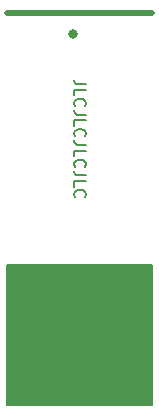
<source format=gbr>
%TF.GenerationSoftware,KiCad,Pcbnew,(6.0.11)*%
%TF.CreationDate,2024-01-12T21:04:37+00:00*%
%TF.ProjectId,EcoIDSwitch,45636f49-4453-4776-9974-63682e6b6963,rev?*%
%TF.SameCoordinates,Original*%
%TF.FileFunction,Legend,Top*%
%TF.FilePolarity,Positive*%
%FSLAX46Y46*%
G04 Gerber Fmt 4.6, Leading zero omitted, Abs format (unit mm)*
G04 Created by KiCad (PCBNEW (6.0.11)) date 2024-01-12 21:04:37*
%MOMM*%
%LPD*%
G01*
G04 APERTURE LIST*
%ADD10C,0.500000*%
%ADD11C,0.150000*%
%ADD12C,0.200000*%
%ADD13C,0.401321*%
G04 APERTURE END LIST*
D10*
X155600000Y-68400000D02*
X167900000Y-68400000D01*
D11*
X155590000Y-89750000D02*
X167910000Y-89750000D01*
X167910000Y-89750000D02*
X167910000Y-101610000D01*
X167910000Y-101610000D02*
X155590000Y-101610000D01*
X155590000Y-101610000D02*
X155590000Y-89750000D01*
G36*
X155590000Y-89750000D02*
G01*
X167910000Y-89750000D01*
X167910000Y-101610000D01*
X155590000Y-101610000D01*
X155590000Y-89750000D01*
G37*
D12*
X162297619Y-74430952D02*
X161583333Y-74430952D01*
X161440476Y-74383333D01*
X161345238Y-74288095D01*
X161297619Y-74145238D01*
X161297619Y-74050000D01*
X161297619Y-75383333D02*
X161297619Y-74907142D01*
X162297619Y-74907142D01*
X161392857Y-76288095D02*
X161345238Y-76240476D01*
X161297619Y-76097619D01*
X161297619Y-76002380D01*
X161345238Y-75859523D01*
X161440476Y-75764285D01*
X161535714Y-75716666D01*
X161726190Y-75669047D01*
X161869047Y-75669047D01*
X162059523Y-75716666D01*
X162154761Y-75764285D01*
X162250000Y-75859523D01*
X162297619Y-76002380D01*
X162297619Y-76097619D01*
X162250000Y-76240476D01*
X162202380Y-76288095D01*
X162297619Y-77002380D02*
X161583333Y-77002380D01*
X161440476Y-76954761D01*
X161345238Y-76859523D01*
X161297619Y-76716666D01*
X161297619Y-76621428D01*
X161297619Y-77954761D02*
X161297619Y-77478571D01*
X162297619Y-77478571D01*
X161392857Y-78859523D02*
X161345238Y-78811904D01*
X161297619Y-78669047D01*
X161297619Y-78573809D01*
X161345238Y-78430952D01*
X161440476Y-78335714D01*
X161535714Y-78288095D01*
X161726190Y-78240476D01*
X161869047Y-78240476D01*
X162059523Y-78288095D01*
X162154761Y-78335714D01*
X162250000Y-78430952D01*
X162297619Y-78573809D01*
X162297619Y-78669047D01*
X162250000Y-78811904D01*
X162202380Y-78859523D01*
X162297619Y-79573809D02*
X161583333Y-79573809D01*
X161440476Y-79526190D01*
X161345238Y-79430952D01*
X161297619Y-79288095D01*
X161297619Y-79192857D01*
X161297619Y-80526190D02*
X161297619Y-80050000D01*
X162297619Y-80050000D01*
X161392857Y-81430952D02*
X161345238Y-81383333D01*
X161297619Y-81240476D01*
X161297619Y-81145238D01*
X161345238Y-81002380D01*
X161440476Y-80907142D01*
X161535714Y-80859523D01*
X161726190Y-80811904D01*
X161869047Y-80811904D01*
X162059523Y-80859523D01*
X162154761Y-80907142D01*
X162250000Y-81002380D01*
X162297619Y-81145238D01*
X162297619Y-81240476D01*
X162250000Y-81383333D01*
X162202380Y-81430952D01*
X162297619Y-82145238D02*
X161583333Y-82145238D01*
X161440476Y-82097619D01*
X161345238Y-82002380D01*
X161297619Y-81859523D01*
X161297619Y-81764285D01*
X161297619Y-83097619D02*
X161297619Y-82621428D01*
X162297619Y-82621428D01*
X161392857Y-84002380D02*
X161345238Y-83954761D01*
X161297619Y-83811904D01*
X161297619Y-83716666D01*
X161345238Y-83573809D01*
X161440476Y-83478571D01*
X161535714Y-83430952D01*
X161726190Y-83383333D01*
X161869047Y-83383333D01*
X162059523Y-83430952D01*
X162154761Y-83478571D01*
X162250000Y-83573809D01*
X162297619Y-83716666D01*
X162297619Y-83811904D01*
X162250000Y-83954761D01*
X162202380Y-84002380D01*
%TO.C,SW1*%
D13*
X161410660Y-70190000D02*
G75*
G03*
X161410660Y-70190000I-200660J0D01*
G01*
%TD*%
M02*

</source>
